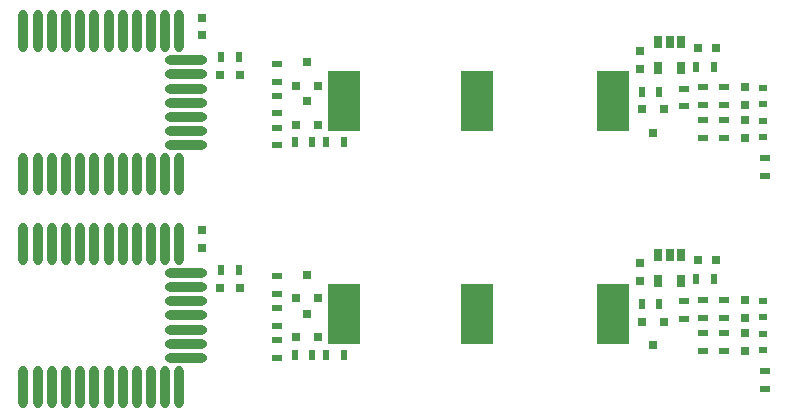
<source format=gbr>
G04 #@! TF.FileFunction,Paste,Top*
%FSLAX46Y46*%
G04 Gerber Fmt 4.6, Leading zero omitted, Abs format (unit mm)*
G04 Created by KiCad (PCBNEW no-vcs-found-undefined) date Fri Nov 11 20:13:07 2016*
%MOMM*%
%LPD*%
G01*
G04 APERTURE LIST*
%ADD10C,0.100000*%
%ADD11R,0.894000X0.494000*%
%ADD12R,0.794000X0.744000*%
%ADD13R,0.494000X0.894000*%
%ADD14R,0.744000X0.794000*%
%ADD15R,0.694000X0.594000*%
%ADD16R,0.644000X1.054000*%
%ADD17R,0.794100X0.794100*%
%ADD18R,0.794000X0.794000*%
%ADD19O,3.594000X0.794000*%
%ADD20O,0.794000X3.594000*%
%ADD21R,2.784000X5.074000*%
G04 APERTURE END LIST*
D10*
D11*
X138562000Y-76040000D03*
X138562000Y-74540000D03*
X140340000Y-74540000D03*
X140340000Y-76040000D03*
X140340000Y-73246000D03*
X140340000Y-71746000D03*
D12*
X139650000Y-68400000D03*
X138150000Y-68400000D03*
D13*
X139450000Y-70000000D03*
X137950000Y-70000000D03*
D11*
X138562000Y-71746000D03*
X138562000Y-73246000D03*
D14*
X142118000Y-71746000D03*
X142118000Y-73246000D03*
X142118000Y-76040000D03*
X142118000Y-74540000D03*
D15*
X143642000Y-73196000D03*
X143642000Y-71796000D03*
X143642000Y-75990000D03*
X143642000Y-74590000D03*
D11*
X143750000Y-77750000D03*
X143750000Y-79250000D03*
D16*
X136650000Y-70100000D03*
X134750000Y-70100000D03*
X134750000Y-67900000D03*
X135700000Y-67900000D03*
X136650000Y-67900000D03*
D17*
X135250000Y-73599240D03*
X133350000Y-73599240D03*
X134300000Y-75598220D03*
D13*
X134850000Y-72100000D03*
X133350000Y-72100000D03*
D14*
X133200000Y-68650000D03*
X133200000Y-70150000D03*
D11*
X136900000Y-71850000D03*
X136900000Y-73350000D03*
D13*
X97750000Y-69200000D03*
X99250000Y-69200000D03*
D11*
X102500000Y-71250000D03*
X102500000Y-69750000D03*
X102500000Y-72450000D03*
X102500000Y-73950000D03*
D18*
X99325000Y-70700000D03*
X97675000Y-70700000D03*
D14*
X96100000Y-67350000D03*
X96100000Y-65850000D03*
D19*
X94750000Y-69450000D03*
X94750000Y-70650000D03*
X94750000Y-71850000D03*
X94750000Y-73050000D03*
X94750000Y-74250000D03*
X94750000Y-75450000D03*
X94750000Y-76650000D03*
D20*
X94200000Y-67000000D03*
X93000000Y-67000000D03*
X91800000Y-67000000D03*
X90600000Y-67000000D03*
X89400000Y-67000000D03*
X88200000Y-67000000D03*
X87000000Y-67000000D03*
X85800000Y-67000000D03*
X84600000Y-67000000D03*
X83400000Y-67000000D03*
X82200000Y-67000000D03*
X94200000Y-79100000D03*
X93000000Y-79100000D03*
X91800000Y-79100000D03*
X90600000Y-79100000D03*
X89400000Y-79100000D03*
X88200000Y-79100000D03*
X87000000Y-79100000D03*
X85800000Y-79100000D03*
X84600000Y-79100000D03*
X83400000Y-79100000D03*
X82200000Y-79100000D03*
X81000000Y-79100000D03*
X81000000Y-67000000D03*
D11*
X102500000Y-76650000D03*
X102500000Y-75150000D03*
D17*
X104050000Y-71600760D03*
X105950000Y-71600760D03*
X105000000Y-69601780D03*
X104050000Y-74900760D03*
X105950000Y-74900760D03*
X105000000Y-72901780D03*
D13*
X103950000Y-76400000D03*
X105450000Y-76400000D03*
X106650000Y-76400000D03*
X108150000Y-76400000D03*
D21*
X130910000Y-72900000D03*
X119400000Y-72900000D03*
X108150000Y-72900000D03*
D17*
X105000000Y-87601780D03*
X105950000Y-89600760D03*
X104050000Y-89600760D03*
D13*
X108150000Y-94400000D03*
X106650000Y-94400000D03*
D17*
X105000000Y-90901780D03*
X105950000Y-92900760D03*
X104050000Y-92900760D03*
X134300000Y-93598220D03*
X133350000Y-91599240D03*
X135250000Y-91599240D03*
D20*
X81000000Y-85000000D03*
X81000000Y-97100000D03*
X82200000Y-97100000D03*
X83400000Y-97100000D03*
X84600000Y-97100000D03*
X85800000Y-97100000D03*
X87000000Y-97100000D03*
X88200000Y-97100000D03*
X89400000Y-97100000D03*
X90600000Y-97100000D03*
X91800000Y-97100000D03*
X93000000Y-97100000D03*
X94200000Y-97100000D03*
X82200000Y-85000000D03*
X83400000Y-85000000D03*
X84600000Y-85000000D03*
X85800000Y-85000000D03*
X87000000Y-85000000D03*
X88200000Y-85000000D03*
X89400000Y-85000000D03*
X90600000Y-85000000D03*
X91800000Y-85000000D03*
X93000000Y-85000000D03*
X94200000Y-85000000D03*
D19*
X94750000Y-94650000D03*
X94750000Y-93450000D03*
X94750000Y-92250000D03*
X94750000Y-91050000D03*
X94750000Y-89850000D03*
X94750000Y-88650000D03*
X94750000Y-87450000D03*
D18*
X97675000Y-88700000D03*
X99325000Y-88700000D03*
D15*
X143642000Y-89796000D03*
X143642000Y-91196000D03*
X143642000Y-92590000D03*
X143642000Y-93990000D03*
D12*
X138150000Y-86400000D03*
X139650000Y-86400000D03*
D14*
X142118000Y-92540000D03*
X142118000Y-94040000D03*
X142118000Y-91246000D03*
X142118000Y-89746000D03*
D11*
X136900000Y-91350000D03*
X136900000Y-89850000D03*
X143750000Y-97250000D03*
X143750000Y-95750000D03*
X138562000Y-92540000D03*
X138562000Y-94040000D03*
X138562000Y-91246000D03*
X138562000Y-89746000D03*
X140340000Y-94040000D03*
X140340000Y-92540000D03*
X140340000Y-89746000D03*
X140340000Y-91246000D03*
D13*
X99250000Y-87200000D03*
X97750000Y-87200000D03*
X137950000Y-88000000D03*
X139450000Y-88000000D03*
D21*
X108150000Y-90900000D03*
X119400000Y-90900000D03*
X130910000Y-90900000D03*
D14*
X96100000Y-83850000D03*
X96100000Y-85350000D03*
X133200000Y-88150000D03*
X133200000Y-86650000D03*
D13*
X133350000Y-90100000D03*
X134850000Y-90100000D03*
X105450000Y-94400000D03*
X103950000Y-94400000D03*
D16*
X136650000Y-85900000D03*
X135700000Y-85900000D03*
X134750000Y-85900000D03*
X134750000Y-88100000D03*
X136650000Y-88100000D03*
D11*
X102500000Y-87750000D03*
X102500000Y-89250000D03*
X102500000Y-91950000D03*
X102500000Y-90450000D03*
X102500000Y-93150000D03*
X102500000Y-94650000D03*
M02*

</source>
